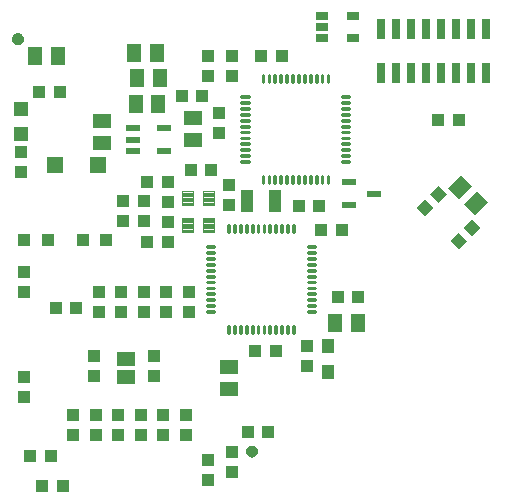
<source format=gbr>
G04 EAGLE Gerber RS-274X export*
G75*
%MOMM*%
%FSLAX34Y34*%
%LPD*%
%INSolderpaste Top*%
%IPPOS*%
%AMOC8*
5,1,8,0,0,1.08239X$1,22.5*%
G01*
%ADD10C,0.499872*%
%ADD11R,1.300000X1.500000*%
%ADD12R,1.500000X1.300000*%
%ADD13R,1.000000X1.100000*%
%ADD14R,1.270000X0.558800*%
%ADD15R,1.100000X1.000000*%
%ADD16R,1.200000X1.200000*%
%ADD17R,1.000000X1.000000*%
%ADD18R,1.200000X0.550000*%
%ADD19R,1.100000X1.900000*%
%ADD20R,1.400000X1.400000*%
%ADD21C,0.256000*%
%ADD22R,1.000000X1.000000*%
%ADD23C,0.110000*%
%ADD24R,1.000000X1.200000*%
%ADD25R,1.600200X1.168400*%
%ADD26R,0.990000X0.690000*%
%ADD27R,0.736600X1.676400*%


D10*
X205781Y41910D02*
X205783Y42009D01*
X205789Y42109D01*
X205799Y42207D01*
X205813Y42306D01*
X205830Y42404D01*
X205852Y42501D01*
X205877Y42597D01*
X205906Y42692D01*
X205939Y42785D01*
X205976Y42878D01*
X206016Y42969D01*
X206060Y43058D01*
X206108Y43145D01*
X206158Y43231D01*
X206213Y43314D01*
X206270Y43395D01*
X206331Y43474D01*
X206394Y43550D01*
X206461Y43624D01*
X206531Y43695D01*
X206603Y43763D01*
X206678Y43828D01*
X206755Y43890D01*
X206835Y43949D01*
X206918Y44005D01*
X207002Y44057D01*
X207088Y44107D01*
X207177Y44152D01*
X207267Y44194D01*
X207358Y44233D01*
X207451Y44268D01*
X207546Y44299D01*
X207641Y44326D01*
X207738Y44349D01*
X207835Y44369D01*
X207933Y44385D01*
X208032Y44397D01*
X208131Y44405D01*
X208230Y44409D01*
X208330Y44409D01*
X208429Y44405D01*
X208528Y44397D01*
X208627Y44385D01*
X208725Y44369D01*
X208822Y44349D01*
X208919Y44326D01*
X209014Y44299D01*
X209109Y44268D01*
X209202Y44233D01*
X209293Y44194D01*
X209383Y44152D01*
X209472Y44107D01*
X209558Y44057D01*
X209642Y44005D01*
X209725Y43949D01*
X209805Y43890D01*
X209882Y43828D01*
X209957Y43763D01*
X210029Y43695D01*
X210099Y43624D01*
X210166Y43550D01*
X210229Y43474D01*
X210290Y43395D01*
X210347Y43314D01*
X210402Y43231D01*
X210452Y43145D01*
X210500Y43058D01*
X210544Y42969D01*
X210584Y42878D01*
X210621Y42785D01*
X210654Y42692D01*
X210683Y42597D01*
X210708Y42501D01*
X210730Y42404D01*
X210747Y42306D01*
X210761Y42207D01*
X210771Y42109D01*
X210777Y42009D01*
X210779Y41910D01*
X210777Y41811D01*
X210771Y41711D01*
X210761Y41613D01*
X210747Y41514D01*
X210730Y41416D01*
X210708Y41319D01*
X210683Y41223D01*
X210654Y41128D01*
X210621Y41035D01*
X210584Y40942D01*
X210544Y40851D01*
X210500Y40762D01*
X210452Y40675D01*
X210402Y40589D01*
X210347Y40506D01*
X210290Y40425D01*
X210229Y40346D01*
X210166Y40270D01*
X210099Y40196D01*
X210029Y40125D01*
X209957Y40057D01*
X209882Y39992D01*
X209805Y39930D01*
X209725Y39871D01*
X209642Y39815D01*
X209558Y39763D01*
X209472Y39713D01*
X209383Y39668D01*
X209293Y39626D01*
X209202Y39587D01*
X209109Y39552D01*
X209014Y39521D01*
X208919Y39494D01*
X208822Y39471D01*
X208725Y39451D01*
X208627Y39435D01*
X208528Y39423D01*
X208429Y39415D01*
X208330Y39411D01*
X208230Y39411D01*
X208131Y39415D01*
X208032Y39423D01*
X207933Y39435D01*
X207835Y39451D01*
X207738Y39471D01*
X207641Y39494D01*
X207546Y39521D01*
X207451Y39552D01*
X207358Y39587D01*
X207267Y39626D01*
X207177Y39668D01*
X207088Y39713D01*
X207002Y39763D01*
X206918Y39815D01*
X206835Y39871D01*
X206755Y39930D01*
X206678Y39992D01*
X206603Y40057D01*
X206531Y40125D01*
X206461Y40196D01*
X206394Y40270D01*
X206331Y40346D01*
X206270Y40425D01*
X206213Y40506D01*
X206158Y40589D01*
X206108Y40675D01*
X206060Y40762D01*
X206016Y40851D01*
X205976Y40942D01*
X205939Y41035D01*
X205906Y41128D01*
X205877Y41223D01*
X205852Y41319D01*
X205830Y41416D01*
X205813Y41514D01*
X205799Y41613D01*
X205789Y41711D01*
X205783Y41811D01*
X205781Y41910D01*
X7661Y391160D02*
X7663Y391259D01*
X7669Y391359D01*
X7679Y391457D01*
X7693Y391556D01*
X7710Y391654D01*
X7732Y391751D01*
X7757Y391847D01*
X7786Y391942D01*
X7819Y392035D01*
X7856Y392128D01*
X7896Y392219D01*
X7940Y392308D01*
X7988Y392395D01*
X8038Y392481D01*
X8093Y392564D01*
X8150Y392645D01*
X8211Y392724D01*
X8274Y392800D01*
X8341Y392874D01*
X8411Y392945D01*
X8483Y393013D01*
X8558Y393078D01*
X8635Y393140D01*
X8715Y393199D01*
X8798Y393255D01*
X8882Y393307D01*
X8968Y393357D01*
X9057Y393402D01*
X9147Y393444D01*
X9238Y393483D01*
X9331Y393518D01*
X9426Y393549D01*
X9521Y393576D01*
X9618Y393599D01*
X9715Y393619D01*
X9813Y393635D01*
X9912Y393647D01*
X10011Y393655D01*
X10110Y393659D01*
X10210Y393659D01*
X10309Y393655D01*
X10408Y393647D01*
X10507Y393635D01*
X10605Y393619D01*
X10702Y393599D01*
X10799Y393576D01*
X10894Y393549D01*
X10989Y393518D01*
X11082Y393483D01*
X11173Y393444D01*
X11263Y393402D01*
X11352Y393357D01*
X11438Y393307D01*
X11522Y393255D01*
X11605Y393199D01*
X11685Y393140D01*
X11762Y393078D01*
X11837Y393013D01*
X11909Y392945D01*
X11979Y392874D01*
X12046Y392800D01*
X12109Y392724D01*
X12170Y392645D01*
X12227Y392564D01*
X12282Y392481D01*
X12332Y392395D01*
X12380Y392308D01*
X12424Y392219D01*
X12464Y392128D01*
X12501Y392035D01*
X12534Y391942D01*
X12563Y391847D01*
X12588Y391751D01*
X12610Y391654D01*
X12627Y391556D01*
X12641Y391457D01*
X12651Y391359D01*
X12657Y391259D01*
X12659Y391160D01*
X12657Y391061D01*
X12651Y390961D01*
X12641Y390863D01*
X12627Y390764D01*
X12610Y390666D01*
X12588Y390569D01*
X12563Y390473D01*
X12534Y390378D01*
X12501Y390285D01*
X12464Y390192D01*
X12424Y390101D01*
X12380Y390012D01*
X12332Y389925D01*
X12282Y389839D01*
X12227Y389756D01*
X12170Y389675D01*
X12109Y389596D01*
X12046Y389520D01*
X11979Y389446D01*
X11909Y389375D01*
X11837Y389307D01*
X11762Y389242D01*
X11685Y389180D01*
X11605Y389121D01*
X11522Y389065D01*
X11438Y389013D01*
X11352Y388963D01*
X11263Y388918D01*
X11173Y388876D01*
X11082Y388837D01*
X10989Y388802D01*
X10894Y388771D01*
X10799Y388744D01*
X10702Y388721D01*
X10605Y388701D01*
X10507Y388685D01*
X10408Y388673D01*
X10309Y388665D01*
X10210Y388661D01*
X10110Y388661D01*
X10011Y388665D01*
X9912Y388673D01*
X9813Y388685D01*
X9715Y388701D01*
X9618Y388721D01*
X9521Y388744D01*
X9426Y388771D01*
X9331Y388802D01*
X9238Y388837D01*
X9147Y388876D01*
X9057Y388918D01*
X8968Y388963D01*
X8882Y389013D01*
X8798Y389065D01*
X8715Y389121D01*
X8635Y389180D01*
X8558Y389242D01*
X8483Y389307D01*
X8411Y389375D01*
X8341Y389446D01*
X8274Y389520D01*
X8211Y389596D01*
X8150Y389675D01*
X8093Y389756D01*
X8038Y389839D01*
X7988Y389925D01*
X7940Y390012D01*
X7896Y390101D01*
X7856Y390192D01*
X7819Y390285D01*
X7786Y390378D01*
X7757Y390473D01*
X7732Y390569D01*
X7710Y390666D01*
X7693Y390764D01*
X7679Y390863D01*
X7669Y390961D01*
X7663Y391061D01*
X7661Y391160D01*
D11*
G36*
X383735Y255899D02*
X374543Y265091D01*
X385149Y275697D01*
X394341Y266505D01*
X383735Y255899D01*
G37*
G36*
X397171Y242463D02*
X387979Y251655D01*
X398585Y262261D01*
X407777Y253069D01*
X397171Y242463D01*
G37*
X108610Y379730D03*
X127610Y379730D03*
D12*
X81280Y302920D03*
X81280Y321920D03*
D11*
X109880Y336550D03*
X128880Y336550D03*
X111150Y358140D03*
X130150Y358140D03*
D13*
X45330Y346710D03*
X28330Y346710D03*
X366150Y322580D03*
X383150Y322580D03*
X221860Y58420D03*
X204860Y58420D03*
D14*
X290576Y269748D03*
X290576Y250952D03*
X311404Y260350D03*
D11*
X43790Y377190D03*
X24790Y377190D03*
D15*
X165980Y342900D03*
X148980Y342900D03*
D12*
X158750Y324460D03*
X158750Y305460D03*
D16*
X12700Y331810D03*
X12700Y310810D03*
D15*
X173600Y280670D03*
X156600Y280670D03*
X12700Y278520D03*
X12700Y295520D03*
D17*
G36*
X394449Y224474D02*
X387378Y231545D01*
X394449Y238616D01*
X401520Y231545D01*
X394449Y224474D01*
G37*
G36*
X383135Y213160D02*
X376064Y220231D01*
X383135Y227302D01*
X390206Y220231D01*
X383135Y213160D01*
G37*
G36*
X354851Y241444D02*
X347780Y248515D01*
X354851Y255586D01*
X361922Y248515D01*
X354851Y241444D01*
G37*
G36*
X366165Y252758D02*
X359094Y259829D01*
X366165Y266900D01*
X373236Y259829D01*
X366165Y252758D01*
G37*
D18*
X107649Y315570D03*
X107649Y306070D03*
X107649Y296570D03*
X133651Y296570D03*
X133651Y315570D03*
D13*
X180340Y311540D03*
X180340Y328540D03*
X189230Y250580D03*
X189230Y267580D03*
D15*
X248040Y250190D03*
X265040Y250190D03*
D19*
X203900Y254000D03*
X227900Y254000D03*
D20*
X78190Y284480D03*
X41190Y284480D03*
D21*
X217930Y275180D02*
X217930Y269240D01*
X217290Y269240D01*
X217290Y275180D01*
X217930Y275180D01*
X217930Y271672D02*
X217290Y271672D01*
X217290Y274104D02*
X217930Y274104D01*
X222930Y275180D02*
X222930Y269240D01*
X222290Y269240D01*
X222290Y275180D01*
X222930Y275180D01*
X222930Y271672D02*
X222290Y271672D01*
X222290Y274104D02*
X222930Y274104D01*
X227930Y275180D02*
X227930Y269240D01*
X227290Y269240D01*
X227290Y275180D01*
X227930Y275180D01*
X227930Y271672D02*
X227290Y271672D01*
X227290Y274104D02*
X227930Y274104D01*
X232930Y275180D02*
X232930Y269240D01*
X232290Y269240D01*
X232290Y275180D01*
X232930Y275180D01*
X232930Y271672D02*
X232290Y271672D01*
X232290Y274104D02*
X232930Y274104D01*
X237930Y275180D02*
X237930Y269240D01*
X237290Y269240D01*
X237290Y275180D01*
X237930Y275180D01*
X237930Y271672D02*
X237290Y271672D01*
X237290Y274104D02*
X237930Y274104D01*
X242930Y275180D02*
X242930Y269240D01*
X242290Y269240D01*
X242290Y275180D01*
X242930Y275180D01*
X242930Y271672D02*
X242290Y271672D01*
X242290Y274104D02*
X242930Y274104D01*
X247930Y275180D02*
X247930Y269240D01*
X247290Y269240D01*
X247290Y275180D01*
X247930Y275180D01*
X247930Y271672D02*
X247290Y271672D01*
X247290Y274104D02*
X247930Y274104D01*
X252930Y275180D02*
X252930Y269240D01*
X252290Y269240D01*
X252290Y275180D01*
X252930Y275180D01*
X252930Y271672D02*
X252290Y271672D01*
X252290Y274104D02*
X252930Y274104D01*
X257930Y275180D02*
X257930Y269240D01*
X257290Y269240D01*
X257290Y275180D01*
X257930Y275180D01*
X257930Y271672D02*
X257290Y271672D01*
X257290Y274104D02*
X257930Y274104D01*
X262930Y275180D02*
X262930Y269240D01*
X262290Y269240D01*
X262290Y275180D01*
X262930Y275180D01*
X262930Y271672D02*
X262290Y271672D01*
X262290Y274104D02*
X262930Y274104D01*
X267930Y275180D02*
X267930Y269240D01*
X267290Y269240D01*
X267290Y275180D01*
X267930Y275180D01*
X267930Y271672D02*
X267290Y271672D01*
X267290Y274104D02*
X267930Y274104D01*
X272930Y275180D02*
X272930Y269240D01*
X272290Y269240D01*
X272290Y275180D01*
X272930Y275180D01*
X272930Y271672D02*
X272290Y271672D01*
X272290Y274104D02*
X272930Y274104D01*
X284890Y287780D02*
X290830Y287780D01*
X290830Y287140D01*
X284890Y287140D01*
X284890Y287780D01*
X284890Y292780D02*
X290830Y292780D01*
X290830Y292140D01*
X284890Y292140D01*
X284890Y292780D01*
X284890Y297780D02*
X290830Y297780D01*
X290830Y297140D01*
X284890Y297140D01*
X284890Y297780D01*
X284890Y302780D02*
X290830Y302780D01*
X290830Y302140D01*
X284890Y302140D01*
X284890Y302780D01*
X284890Y307780D02*
X290830Y307780D01*
X290830Y307140D01*
X284890Y307140D01*
X284890Y307780D01*
X284890Y312780D02*
X290830Y312780D01*
X290830Y312140D01*
X284890Y312140D01*
X284890Y312780D01*
X284890Y317780D02*
X290830Y317780D01*
X290830Y317140D01*
X284890Y317140D01*
X284890Y317780D01*
X284890Y322780D02*
X290830Y322780D01*
X290830Y322140D01*
X284890Y322140D01*
X284890Y322780D01*
X284890Y327780D02*
X290830Y327780D01*
X290830Y327140D01*
X284890Y327140D01*
X284890Y327780D01*
X284890Y332780D02*
X290830Y332780D01*
X290830Y332140D01*
X284890Y332140D01*
X284890Y332780D01*
X284890Y337780D02*
X290830Y337780D01*
X290830Y337140D01*
X284890Y337140D01*
X284890Y337780D01*
X284890Y342780D02*
X290830Y342780D01*
X290830Y342140D01*
X284890Y342140D01*
X284890Y342780D01*
X272930Y354740D02*
X272930Y360680D01*
X272930Y354740D02*
X272290Y354740D01*
X272290Y360680D01*
X272930Y360680D01*
X272930Y357172D02*
X272290Y357172D01*
X272290Y359604D02*
X272930Y359604D01*
X267930Y360680D02*
X267930Y354740D01*
X267290Y354740D01*
X267290Y360680D01*
X267930Y360680D01*
X267930Y357172D02*
X267290Y357172D01*
X267290Y359604D02*
X267930Y359604D01*
X262930Y360680D02*
X262930Y354740D01*
X262290Y354740D01*
X262290Y360680D01*
X262930Y360680D01*
X262930Y357172D02*
X262290Y357172D01*
X262290Y359604D02*
X262930Y359604D01*
X257930Y360680D02*
X257930Y354740D01*
X257290Y354740D01*
X257290Y360680D01*
X257930Y360680D01*
X257930Y357172D02*
X257290Y357172D01*
X257290Y359604D02*
X257930Y359604D01*
X252930Y360680D02*
X252930Y354740D01*
X252290Y354740D01*
X252290Y360680D01*
X252930Y360680D01*
X252930Y357172D02*
X252290Y357172D01*
X252290Y359604D02*
X252930Y359604D01*
X247930Y360680D02*
X247930Y354740D01*
X247290Y354740D01*
X247290Y360680D01*
X247930Y360680D01*
X247930Y357172D02*
X247290Y357172D01*
X247290Y359604D02*
X247930Y359604D01*
X242930Y360680D02*
X242930Y354740D01*
X242290Y354740D01*
X242290Y360680D01*
X242930Y360680D01*
X242930Y357172D02*
X242290Y357172D01*
X242290Y359604D02*
X242930Y359604D01*
X237930Y360680D02*
X237930Y354740D01*
X237290Y354740D01*
X237290Y360680D01*
X237930Y360680D01*
X237930Y357172D02*
X237290Y357172D01*
X237290Y359604D02*
X237930Y359604D01*
X232930Y360680D02*
X232930Y354740D01*
X232290Y354740D01*
X232290Y360680D01*
X232930Y360680D01*
X232930Y357172D02*
X232290Y357172D01*
X232290Y359604D02*
X232930Y359604D01*
X227930Y360680D02*
X227930Y354740D01*
X227290Y354740D01*
X227290Y360680D01*
X227930Y360680D01*
X227930Y357172D02*
X227290Y357172D01*
X227290Y359604D02*
X227930Y359604D01*
X222930Y360680D02*
X222930Y354740D01*
X222290Y354740D01*
X222290Y360680D01*
X222930Y360680D01*
X222930Y357172D02*
X222290Y357172D01*
X222290Y359604D02*
X222930Y359604D01*
X217930Y360680D02*
X217930Y354740D01*
X217290Y354740D01*
X217290Y360680D01*
X217930Y360680D01*
X217930Y357172D02*
X217290Y357172D01*
X217290Y359604D02*
X217930Y359604D01*
X205330Y342780D02*
X199390Y342780D01*
X205330Y342780D02*
X205330Y342140D01*
X199390Y342140D01*
X199390Y342780D01*
X199390Y337780D02*
X205330Y337780D01*
X205330Y337140D01*
X199390Y337140D01*
X199390Y337780D01*
X199390Y332780D02*
X205330Y332780D01*
X205330Y332140D01*
X199390Y332140D01*
X199390Y332780D01*
X199390Y327780D02*
X205330Y327780D01*
X205330Y327140D01*
X199390Y327140D01*
X199390Y327780D01*
X199390Y322780D02*
X205330Y322780D01*
X205330Y322140D01*
X199390Y322140D01*
X199390Y322780D01*
X199390Y317780D02*
X205330Y317780D01*
X205330Y317140D01*
X199390Y317140D01*
X199390Y317780D01*
X199390Y312780D02*
X205330Y312780D01*
X205330Y312140D01*
X199390Y312140D01*
X199390Y312780D01*
X199390Y307780D02*
X205330Y307780D01*
X205330Y307140D01*
X199390Y307140D01*
X199390Y307780D01*
X199390Y302780D02*
X205330Y302780D01*
X205330Y302140D01*
X199390Y302140D01*
X199390Y302780D01*
X199390Y297780D02*
X205330Y297780D01*
X205330Y297140D01*
X199390Y297140D01*
X199390Y297780D01*
X199390Y292780D02*
X205330Y292780D01*
X205330Y292140D01*
X199390Y292140D01*
X199390Y292780D01*
X199390Y287780D02*
X205330Y287780D01*
X205330Y287140D01*
X199390Y287140D01*
X199390Y287780D01*
D22*
X35400Y220980D03*
X15400Y220980D03*
X64930Y220980D03*
X84930Y220980D03*
D23*
X176510Y227660D02*
X176510Y239560D01*
X176510Y227660D02*
X166610Y227660D01*
X166610Y239560D01*
X176510Y239560D01*
X176510Y228705D02*
X166610Y228705D01*
X166610Y229750D02*
X176510Y229750D01*
X176510Y230795D02*
X166610Y230795D01*
X166610Y231840D02*
X176510Y231840D01*
X176510Y232885D02*
X166610Y232885D01*
X166610Y233930D02*
X176510Y233930D01*
X176510Y234975D02*
X166610Y234975D01*
X166610Y236020D02*
X176510Y236020D01*
X176510Y237065D02*
X166610Y237065D01*
X166610Y238110D02*
X176510Y238110D01*
X176510Y239155D02*
X166610Y239155D01*
X158510Y250660D02*
X158510Y262560D01*
X158510Y250660D02*
X148610Y250660D01*
X148610Y262560D01*
X158510Y262560D01*
X158510Y251705D02*
X148610Y251705D01*
X148610Y252750D02*
X158510Y252750D01*
X158510Y253795D02*
X148610Y253795D01*
X148610Y254840D02*
X158510Y254840D01*
X158510Y255885D02*
X148610Y255885D01*
X148610Y256930D02*
X158510Y256930D01*
X158510Y257975D02*
X148610Y257975D01*
X148610Y259020D02*
X158510Y259020D01*
X158510Y260065D02*
X148610Y260065D01*
X148610Y261110D02*
X158510Y261110D01*
X158510Y262155D02*
X148610Y262155D01*
X176510Y262560D02*
X176510Y250660D01*
X166610Y250660D01*
X166610Y262560D01*
X176510Y262560D01*
X176510Y251705D02*
X166610Y251705D01*
X166610Y252750D02*
X176510Y252750D01*
X176510Y253795D02*
X166610Y253795D01*
X166610Y254840D02*
X176510Y254840D01*
X176510Y255885D02*
X166610Y255885D01*
X166610Y256930D02*
X176510Y256930D01*
X176510Y257975D02*
X166610Y257975D01*
X166610Y259020D02*
X176510Y259020D01*
X176510Y260065D02*
X166610Y260065D01*
X166610Y261110D02*
X176510Y261110D01*
X176510Y262155D02*
X166610Y262155D01*
X158510Y239560D02*
X158510Y227660D01*
X148610Y227660D01*
X148610Y239560D01*
X158510Y239560D01*
X158510Y228705D02*
X148610Y228705D01*
X148610Y229750D02*
X158510Y229750D01*
X158510Y230795D02*
X148610Y230795D01*
X148610Y231840D02*
X158510Y231840D01*
X158510Y232885D02*
X148610Y232885D01*
X148610Y233930D02*
X158510Y233930D01*
X158510Y234975D02*
X148610Y234975D01*
X148610Y236020D02*
X158510Y236020D01*
X158510Y237065D02*
X148610Y237065D01*
X148610Y238110D02*
X158510Y238110D01*
X158510Y239155D02*
X148610Y239155D01*
D21*
X188720Y148180D02*
X188720Y142240D01*
X188080Y142240D01*
X188080Y148180D01*
X188720Y148180D01*
X188720Y144672D02*
X188080Y144672D01*
X188080Y147104D02*
X188720Y147104D01*
X193720Y148180D02*
X193720Y142240D01*
X193080Y142240D01*
X193080Y148180D01*
X193720Y148180D01*
X193720Y144672D02*
X193080Y144672D01*
X193080Y147104D02*
X193720Y147104D01*
X198720Y148180D02*
X198720Y142240D01*
X198080Y142240D01*
X198080Y148180D01*
X198720Y148180D01*
X198720Y144672D02*
X198080Y144672D01*
X198080Y147104D02*
X198720Y147104D01*
X203720Y148180D02*
X203720Y142240D01*
X203080Y142240D01*
X203080Y148180D01*
X203720Y148180D01*
X203720Y144672D02*
X203080Y144672D01*
X203080Y147104D02*
X203720Y147104D01*
X208720Y148180D02*
X208720Y142240D01*
X208080Y142240D01*
X208080Y148180D01*
X208720Y148180D01*
X208720Y144672D02*
X208080Y144672D01*
X208080Y147104D02*
X208720Y147104D01*
X213720Y148180D02*
X213720Y142240D01*
X213080Y142240D01*
X213080Y148180D01*
X213720Y148180D01*
X213720Y144672D02*
X213080Y144672D01*
X213080Y147104D02*
X213720Y147104D01*
X218720Y148180D02*
X218720Y142240D01*
X218080Y142240D01*
X218080Y148180D01*
X218720Y148180D01*
X218720Y144672D02*
X218080Y144672D01*
X218080Y147104D02*
X218720Y147104D01*
X223720Y148180D02*
X223720Y142240D01*
X223080Y142240D01*
X223080Y148180D01*
X223720Y148180D01*
X223720Y144672D02*
X223080Y144672D01*
X223080Y147104D02*
X223720Y147104D01*
X228720Y148180D02*
X228720Y142240D01*
X228080Y142240D01*
X228080Y148180D01*
X228720Y148180D01*
X228720Y144672D02*
X228080Y144672D01*
X228080Y147104D02*
X228720Y147104D01*
X233720Y148180D02*
X233720Y142240D01*
X233080Y142240D01*
X233080Y148180D01*
X233720Y148180D01*
X233720Y144672D02*
X233080Y144672D01*
X233080Y147104D02*
X233720Y147104D01*
X238720Y148180D02*
X238720Y142240D01*
X238080Y142240D01*
X238080Y148180D01*
X238720Y148180D01*
X238720Y144672D02*
X238080Y144672D01*
X238080Y147104D02*
X238720Y147104D01*
X243720Y148180D02*
X243720Y142240D01*
X243080Y142240D01*
X243080Y148180D01*
X243720Y148180D01*
X243720Y144672D02*
X243080Y144672D01*
X243080Y147104D02*
X243720Y147104D01*
X255680Y160780D02*
X261620Y160780D01*
X261620Y160140D01*
X255680Y160140D01*
X255680Y160780D01*
X255680Y165780D02*
X261620Y165780D01*
X261620Y165140D01*
X255680Y165140D01*
X255680Y165780D01*
X255680Y170780D02*
X261620Y170780D01*
X261620Y170140D01*
X255680Y170140D01*
X255680Y170780D01*
X255680Y175780D02*
X261620Y175780D01*
X261620Y175140D01*
X255680Y175140D01*
X255680Y175780D01*
X255680Y180780D02*
X261620Y180780D01*
X261620Y180140D01*
X255680Y180140D01*
X255680Y180780D01*
X255680Y185780D02*
X261620Y185780D01*
X261620Y185140D01*
X255680Y185140D01*
X255680Y185780D01*
X255680Y190780D02*
X261620Y190780D01*
X261620Y190140D01*
X255680Y190140D01*
X255680Y190780D01*
X255680Y195780D02*
X261620Y195780D01*
X261620Y195140D01*
X255680Y195140D01*
X255680Y195780D01*
X255680Y200780D02*
X261620Y200780D01*
X261620Y200140D01*
X255680Y200140D01*
X255680Y200780D01*
X255680Y205780D02*
X261620Y205780D01*
X261620Y205140D01*
X255680Y205140D01*
X255680Y205780D01*
X255680Y210780D02*
X261620Y210780D01*
X261620Y210140D01*
X255680Y210140D01*
X255680Y210780D01*
X255680Y215780D02*
X261620Y215780D01*
X261620Y215140D01*
X255680Y215140D01*
X255680Y215780D01*
X243720Y227740D02*
X243720Y233680D01*
X243720Y227740D02*
X243080Y227740D01*
X243080Y233680D01*
X243720Y233680D01*
X243720Y230172D02*
X243080Y230172D01*
X243080Y232604D02*
X243720Y232604D01*
X238720Y233680D02*
X238720Y227740D01*
X238080Y227740D01*
X238080Y233680D01*
X238720Y233680D01*
X238720Y230172D02*
X238080Y230172D01*
X238080Y232604D02*
X238720Y232604D01*
X233720Y233680D02*
X233720Y227740D01*
X233080Y227740D01*
X233080Y233680D01*
X233720Y233680D01*
X233720Y230172D02*
X233080Y230172D01*
X233080Y232604D02*
X233720Y232604D01*
X228720Y233680D02*
X228720Y227740D01*
X228080Y227740D01*
X228080Y233680D01*
X228720Y233680D01*
X228720Y230172D02*
X228080Y230172D01*
X228080Y232604D02*
X228720Y232604D01*
X223720Y233680D02*
X223720Y227740D01*
X223080Y227740D01*
X223080Y233680D01*
X223720Y233680D01*
X223720Y230172D02*
X223080Y230172D01*
X223080Y232604D02*
X223720Y232604D01*
X218720Y233680D02*
X218720Y227740D01*
X218080Y227740D01*
X218080Y233680D01*
X218720Y233680D01*
X218720Y230172D02*
X218080Y230172D01*
X218080Y232604D02*
X218720Y232604D01*
X213720Y233680D02*
X213720Y227740D01*
X213080Y227740D01*
X213080Y233680D01*
X213720Y233680D01*
X213720Y230172D02*
X213080Y230172D01*
X213080Y232604D02*
X213720Y232604D01*
X208720Y233680D02*
X208720Y227740D01*
X208080Y227740D01*
X208080Y233680D01*
X208720Y233680D01*
X208720Y230172D02*
X208080Y230172D01*
X208080Y232604D02*
X208720Y232604D01*
X203720Y233680D02*
X203720Y227740D01*
X203080Y227740D01*
X203080Y233680D01*
X203720Y233680D01*
X203720Y230172D02*
X203080Y230172D01*
X203080Y232604D02*
X203720Y232604D01*
X198720Y233680D02*
X198720Y227740D01*
X198080Y227740D01*
X198080Y233680D01*
X198720Y233680D01*
X198720Y230172D02*
X198080Y230172D01*
X198080Y232604D02*
X198720Y232604D01*
X193720Y233680D02*
X193720Y227740D01*
X193080Y227740D01*
X193080Y233680D01*
X193720Y233680D01*
X193720Y230172D02*
X193080Y230172D01*
X193080Y232604D02*
X193720Y232604D01*
X188720Y233680D02*
X188720Y227740D01*
X188080Y227740D01*
X188080Y233680D01*
X188720Y233680D01*
X188720Y230172D02*
X188080Y230172D01*
X188080Y232604D02*
X188720Y232604D01*
X176120Y215780D02*
X170180Y215780D01*
X176120Y215780D02*
X176120Y215140D01*
X170180Y215140D01*
X170180Y215780D01*
X170180Y210780D02*
X176120Y210780D01*
X176120Y210140D01*
X170180Y210140D01*
X170180Y210780D01*
X170180Y205780D02*
X176120Y205780D01*
X176120Y205140D01*
X170180Y205140D01*
X170180Y205780D01*
X170180Y200780D02*
X176120Y200780D01*
X176120Y200140D01*
X170180Y200140D01*
X170180Y200780D01*
X170180Y195780D02*
X176120Y195780D01*
X176120Y195140D01*
X170180Y195140D01*
X170180Y195780D01*
X170180Y190780D02*
X176120Y190780D01*
X176120Y190140D01*
X170180Y190140D01*
X170180Y190780D01*
X170180Y185780D02*
X176120Y185780D01*
X176120Y185140D01*
X170180Y185140D01*
X170180Y185780D01*
X170180Y180780D02*
X176120Y180780D01*
X176120Y180140D01*
X170180Y180140D01*
X170180Y180780D01*
X170180Y175780D02*
X176120Y175780D01*
X176120Y175140D01*
X170180Y175140D01*
X170180Y175780D01*
X170180Y170780D02*
X176120Y170780D01*
X176120Y170140D01*
X170180Y170140D01*
X170180Y170780D01*
X170180Y165780D02*
X176120Y165780D01*
X176120Y165140D01*
X170180Y165140D01*
X170180Y165780D01*
X170180Y160780D02*
X176120Y160780D01*
X176120Y160140D01*
X170180Y160140D01*
X170180Y160780D01*
D24*
X273050Y109650D03*
X273050Y131650D03*
D12*
X189230Y113640D03*
X189230Y94640D03*
D13*
X255270Y131690D03*
X255270Y114690D03*
D15*
X74930Y122800D03*
X74930Y105800D03*
D13*
X99450Y254000D03*
X116450Y254000D03*
X116450Y237490D03*
X99450Y237490D03*
D15*
X125730Y122800D03*
X125730Y105800D03*
D25*
X101600Y105410D03*
X101600Y120650D03*
D13*
X59300Y163830D03*
X42300Y163830D03*
D15*
X78740Y177410D03*
X78740Y160410D03*
X97790Y177410D03*
X97790Y160410D03*
X116840Y177410D03*
X116840Y160410D03*
X135890Y177410D03*
X135890Y160410D03*
X137160Y253610D03*
X137160Y236610D03*
D13*
X211210Y127000D03*
X228210Y127000D03*
X154940Y177410D03*
X154940Y160410D03*
D11*
X278790Y151130D03*
X297790Y151130D03*
D15*
X267090Y229870D03*
X284090Y229870D03*
D13*
X298060Y172720D03*
X281060Y172720D03*
X15240Y88020D03*
X15240Y105020D03*
D15*
X136770Y270510D03*
X119770Y270510D03*
X136770Y219710D03*
X119770Y219710D03*
D13*
X95250Y56270D03*
X95250Y73270D03*
X133350Y56270D03*
X133350Y73270D03*
D15*
X152400Y56270D03*
X152400Y73270D03*
X114300Y56270D03*
X114300Y73270D03*
D13*
X171450Y18170D03*
X171450Y35170D03*
D15*
X30870Y12700D03*
X47870Y12700D03*
X57150Y56270D03*
X57150Y73270D03*
D13*
X37710Y38100D03*
X20710Y38100D03*
D15*
X76200Y56270D03*
X76200Y73270D03*
D26*
X267770Y410820D03*
X267770Y401320D03*
X267770Y391820D03*
X293670Y391820D03*
X293670Y410820D03*
D27*
X406400Y362585D03*
X406400Y399415D03*
X393700Y362585D03*
X393700Y399415D03*
X381000Y362585D03*
X381000Y399415D03*
X368300Y362585D03*
X368300Y399415D03*
X355600Y362585D03*
X355600Y399415D03*
X342900Y362585D03*
X342900Y399415D03*
X330200Y362585D03*
X330200Y399415D03*
X317500Y362585D03*
X317500Y399415D03*
D15*
X191770Y41520D03*
X191770Y24520D03*
X15240Y176920D03*
X15240Y193920D03*
X191770Y376800D03*
X191770Y359800D03*
X171450Y376800D03*
X171450Y359800D03*
D13*
X233290Y377190D03*
X216290Y377190D03*
M02*

</source>
